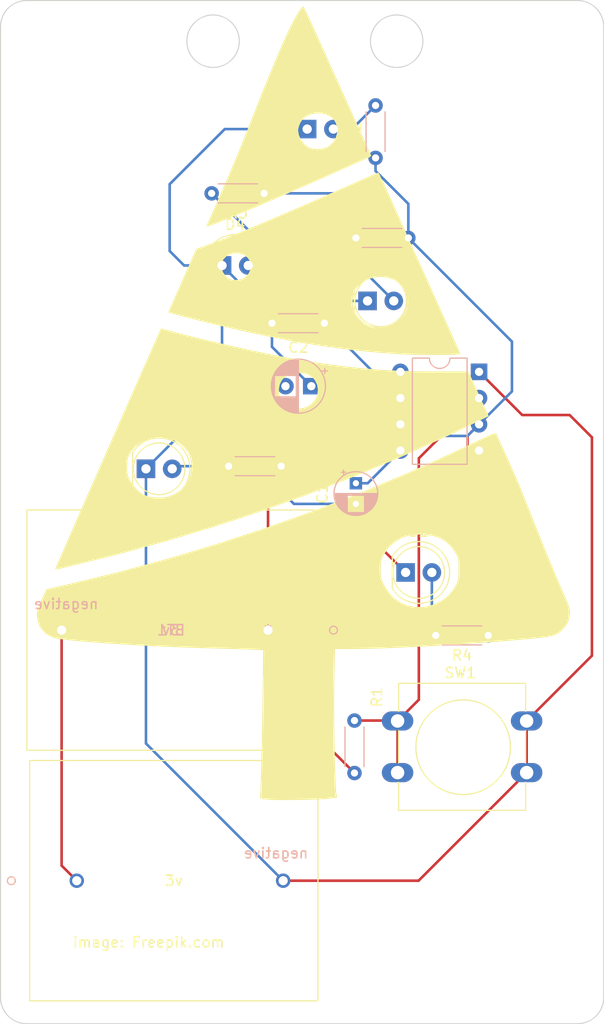
<source format=kicad_pcb>
(kicad_pcb (version 20211014) (generator pcbnew)
  (layers (0 "F.Cu" signal) (31 "B.Cu" signal) (34 "B.Paste" user) (35 "F.Paste" user) (36 "B.SilkS" user "B.Silkscreen") (37 "F.SilkS" user "F.Silkscreen") (38 "B.Mask" user) (39 "F.Mask" user) (44 "Edge.Cuts" user))
  (net 0 "")
  (net 1 "VCC")
  (net 2 "GND")
  (net 3 "Net-(C1-Pad1)")
  (net 4 "Net-(C2-Pad1)")
  (net 5 "Net-(D1-Pad2)")
  (net 6 "Net-(D2-Pad2)")
  (net 7 "Net-(D3-Pad2)")
  (net 8 "Net-(D4-Pad2)")
  (net 9 "Net-(D5-Pad2)")
  (net 10 "Net-(R1-Pad2)")
  (net 11 "output")
  (net 12 "Net-(BT1-Pad2)")
  (footprint "LED_THT:LED_D5.0mm" (layer "F.Cu") (at 107.813 66.294)
    (fp_text reference "D4" (at 1.27 -3.96) (layer "F.SilkS"))
    (fp_text value "LED")
    (pad "1" thru_hole rect (at 0 0) (size 1.8 1.8) (drill 0.9) (layers *.Cu *.Mask) (net 2 "GND"))
    (pad "2" thru_hole circle (at 2.54 0) (size 1.8 1.8) (drill 0.9) (layers *.Cu *.Mask) (net 8 "Net-(D4-Pad2)"))
  )
  (footprint "Button_Switch_THT:SW_PUSH-12mm" (layer "F.Cu") (at 124.8145 110.3925)
    (fp_text reference "SW1" (at 6.08 -4.66) (layer "F.SilkS"))
    (fp_text value "SW_MEC_5E")
    (pad "1" thru_hole oval (at 0 0) (size 3.048 1.85) (drill 1.3) (layers *.Cu *.Mask) (net 10 "Net-(R1-Pad2)"))
    (pad "2" thru_hole oval (at 0 5) (size 3.048 1.85) (drill 1.3) (layers *.Cu *.Mask) (net 10 "Net-(R1-Pad2)"))
    (pad "3" thru_hole oval (at 12.5 0) (size 3.048 1.85) (drill 1.3) (layers *.Cu *.Mask) (net 2 "GND"))
    (pad "4" thru_hole oval (at 12.5 5) (size 3.048 1.85) (drill 1.3) (layers *.Cu *.Mask) (net 2 "GND"))
  )
  (footprint "tree_footprint:original_size" (layer "F.Cu") (at 117.382022 74.6487)
    (fp_text reference "G***" hide)
    (fp_text value "LOGO" hide)
  )
  (footprint "footprints:1066" (layer "F.Cu") (at 93.7435 125.857)
    (fp_text reference "BT2" hide)
    (fp_text value "3v" (at 9.398 0) (layer "F.SilkS"))
    (pad "1" thru_hole circle (at 0 0) (size 1.397 1.397) (drill 0.889) (layers *.Cu *.Mask) (net 12 "Net-(BT1-Pad2)"))
    (pad "2" thru_hole circle (at 19.9898 0) (size 1.397 1.397) (drill 0.889) (layers *.Cu *.Mask) (net 2 "GND"))
  )
  (footprint "LED_THT:LED_D5.0mm" (layer "F.Cu") (at 121.905 69.723)
    (fp_text reference "D3" (at 1.27 -3.96) (layer "F.SilkS"))
    (fp_text value "LED")
    (pad "1" thru_hole rect (at 0 0) (size 1.8 1.8) (drill 0.9) (layers *.Cu *.Mask) (net 2 "GND"))
    (pad "2" thru_hole circle (at 2.54 0) (size 1.8 1.8) (drill 0.9) (layers *.Cu *.Mask) (net 7 "Net-(D3-Pad2)"))
  )
  (footprint "LED_THT:LED_D5.0mm" (layer "F.Cu") (at 116.058 53.086)
    (fp_text reference "D1" (at 1.27 -3.96) (layer "F.SilkS"))
    (fp_text value "LED")
    (pad "1" thru_hole rect (at 0 0) (size 1.8 1.8) (drill 0.9) (layers *.Cu *.Mask) (net 2 "GND"))
    (pad "2" thru_hole circle (at 2.54 0) (size 1.8 1.8) (drill 0.9) (layers *.Cu *.Mask) (net 5 "Net-(D1-Pad2)"))
  )
  (footprint "LED_THT:LED_D5.0mm" (layer "F.Cu") (at 125.593 96.012)
    (fp_text reference "D2" (at 1.27 -3.96) (layer "F.SilkS"))
    (fp_text value "LED")
    (pad "1" thru_hole rect (at 0 0) (size 1.8 1.8) (drill 0.9) (layers *.Cu *.Mask) (net 2 "GND"))
    (pad "2" thru_hole circle (at 2.54 0) (size 1.8 1.8) (drill 0.9) (layers *.Cu *.Mask) (net 6 "Net-(D2-Pad2)"))
  )
  (footprint "footprints:1066" (layer "F.Cu") (at 112.268 101.6 180)
    (fp_text reference "BT1" (at 9.398 0) (layer "B.SilkS") (effects (justify mirror)))
    (fp_text value "3v" (at 9.398 0) (layer "B.SilkS") (effects (justify mirror)))
    (fp_text user "*" (at 0 0) (layer "B.SilkS") (effects (justify mirror)))
    (pad "1" thru_hole circle (at 0 0 180) (size 1.397 1.397) (drill 0.889) (layers *.Cu *.Mask) (net 1 "VCC"))
    (pad "2" thru_hole circle (at 19.9898 0 180) (size 1.397 1.397) (drill 0.889) (layers *.Cu *.Mask) (net 12 "Net-(BT1-Pad2)"))
  )
  (footprint "LED_THT:LED_D5.0mm" (layer "F.Cu") (at 100.447 85.979)
    (fp_text reference "D5" (at 1.27 -3.96) (layer "F.SilkS"))
    (fp_text value "LED")
    (pad "1" thru_hole rect (at 0 0) (size 1.8 1.8) (drill 0.9) (layers *.Cu *.Mask) (net 2 "GND"))
    (pad "2" thru_hole circle (at 2.54 0) (size 1.8 1.8) (drill 0.9) (layers *.Cu *.Mask) (net 9 "Net-(D5-Pad2)"))
  )
  (footprint "Resistor_THT:R_Axial_DIN0204_L3.6mm_D1.6mm_P5.08mm_Horizontal" (layer "B.Cu") (at 106.807 59.309)
    (fp_text reference "R5" (at 2.54 1.92) (layer "F.SilkS"))
    (fp_text value "220")
    (pad "1" thru_hole circle (at 0 0) (size 1.4 1.4) (drill 0.7) (layers *.Cu *.Mask) (net 8 "Net-(D4-Pad2)"))
    (pad "2" thru_hole oval (at 5.08 0) (size 1.4 1.4) (drill 0.7) (layers *.Cu *.Mask) (net 11 "output"))
  )
  (footprint "Package_DIP:DIP-8_W7.62mm" (layer "B.Cu") (at 132.705 76.591 180)
    (fp_text reference "U1" (at 3.81 2.33) (layer "F.SilkS"))
    (fp_text value "TLC555xP")
    (pad "1" thru_hole rect (at 0 0 180) (size 1.6 1.6) (drill 0.8) (layers *.Cu *.Mask) (net 2 "GND"))
    (pad "2" thru_hole oval (at 0 -2.54 180) (size 1.6 1.6) (drill 0.8) (layers *.Cu *.Mask) (net 10 "Net-(R1-Pad2)"))
    (pad "3" thru_hole oval (at 0 -5.08 180) (size 1.6 1.6) (drill 0.8) (layers *.Cu *.Mask) (net 11 "output"))
    (pad "4" thru_hole oval (at 0 -7.62 180) (size 1.6 1.6) (drill 0.8) (layers *.Cu *.Mask) (net 1 "VCC"))
    (pad "5" thru_hole oval (at 7.62 -7.62 180) (size 1.6 1.6) (drill 0.8) (layers *.Cu *.Mask) (net 3 "Net-(C1-Pad1)"))
    (pad "6" thru_hole oval (at 7.62 -5.08 180) (size 1.6 1.6) (drill 0.8) (layers *.Cu *.Mask) (net 4 "Net-(C2-Pad1)"))
    (pad "7" thru_hole oval (at 7.62 -2.54 180) (size 1.6 1.6) (drill 0.8) (layers *.Cu *.Mask) (net 4 "Net-(C2-Pad1)"))
    (pad "8" thru_hole oval (at 7.62 0 180) (size 1.6 1.6) (drill 0.8) (layers *.Cu *.Mask) (net 1 "VCC"))
  )
  (footprint "Resistor_THT:R_Axial_DIN0204_L3.6mm_D1.6mm_P5.08mm_Horizontal" (layer "B.Cu") (at 128.5145 102.108)
    (fp_text reference "R4" (at 2.54 1.92) (layer "F.SilkS"))
    (fp_text value "220")
    (pad "1" thru_hole circle (at 0 0) (size 1.4 1.4) (drill 0.7) (layers *.Cu *.Mask) (net 6 "Net-(D2-Pad2)"))
    (pad "2" thru_hole oval (at 5.08 0) (size 1.4 1.4) (drill 0.7) (layers *.Cu *.Mask) (net 11 "output"))
  )
  (footprint "Capacitor_THT:CP_Radial_D5.0mm_P2.50mm" (layer "B.Cu") (at 116.459 77.978 180)
    (fp_text reference "C2" (at 1.25 3.75) (layer "F.SilkS"))
    (fp_text value "100u")
    (pad "1" thru_hole rect (at 0 0 180) (size 1.6 1.6) (drill 0.8) (layers *.Cu *.Mask) (net 4 "Net-(C2-Pad1)"))
    (pad "2" thru_hole circle (at 2.5 0 180) (size 1.6 1.6) (drill 0.8) (layers *.Cu *.Mask) (net 2 "GND"))
  )
  (footprint "Resistor_THT:R_Axial_DIN0204_L3.6mm_D1.6mm_P5.08mm_Horizontal" (layer "B.Cu") (at 122.682 50.8 -90)
    (fp_text reference "R2" (at 2.54 1.92 90) (layer "F.SilkS"))
    (fp_text value "220")
    (pad "1" thru_hole circle (at 0 0 270) (size 1.4 1.4) (drill 0.7) (layers *.Cu *.Mask) (net 5 "Net-(D1-Pad2)"))
    (pad "2" thru_hole oval (at 5.08 0 270) (size 1.4 1.4) (drill 0.7) (layers *.Cu *.Mask) (net 11 "output"))
  )
  (footprint "Resistor_THT:R_Axial_DIN0204_L3.6mm_D1.6mm_P5.08mm_Horizontal" (layer "B.Cu") (at 120.777 63.627)
    (fp_text reference "R6" (at 2.54 1.92) (layer "F.SilkS"))
    (fp_text value "220")
    (pad "1" thru_hole circle (at 0 0) (size 1.4 1.4) (drill 0.7) (layers *.Cu *.Mask) (net 7 "Net-(D3-Pad2)"))
    (pad "2" thru_hole oval (at 5.08 0) (size 1.4 1.4) (drill 0.7) (layers *.Cu *.Mask) (net 11 "output"))
  )
  (footprint "Resistor_THT:R_Axial_DIN0204_L3.6mm_D1.6mm_P5.08mm_Horizontal" (layer "B.Cu") (at 108.458 85.725)
    (fp_text reference "R7" (at 2.54 1.92) (layer "F.SilkS"))
    (fp_text value "220")
    (pad "1" thru_hole circle (at 0 0) (size 1.4 1.4) (drill 0.7) (layers *.Cu *.Mask) (net 9 "Net-(D5-Pad2)"))
    (pad "2" thru_hole oval (at 5.08 0) (size 1.4 1.4) (drill 0.7) (layers *.Cu *.Mask) (net 11 "output"))
  )
  (footprint "Resistor_THT:R_Axial_DIN0204_L3.6mm_D1.6mm_P5.08mm_Horizontal" (layer "B.Cu") (at 117.729 71.882 180)
    (fp_text reference "R3" (at 2.54 1.92) (layer "F.SilkS"))
    (fp_text value "220k")
    (pad "1" thru_hole circle (at 0 0 180) (size 1.4 1.4) (drill 0.7) (layers *.Cu *.Mask) (net 1 "VCC"))
    (pad "2" thru_hole oval (at 5.08 0 180) (size 1.4 1.4) (drill 0.7) (layers *.Cu *.Mask) (net 4 "Net-(C2-Pad1)"))
  )
  (footprint "Resistor_THT:R_Axial_DIN0204_L3.6mm_D1.6mm_P5.08mm_Horizontal" (layer "B.Cu") (at 120.6405 115.4325 90)
    (fp_text reference "R1" (at 7.3555 2.1645 90) (layer "F.SilkS"))
    (fp_text value "220")
    (pad "1" thru_hole circle (at 0 0 90) (size 1.4 1.4) (drill 0.7) (layers *.Cu *.Mask) (net 1 "VCC"))
    (pad "2" thru_hole oval (at 5.08 0 90) (size 1.4 1.4) (drill 0.7) (layers *.Cu *.Mask) (net 10 "Net-(R1-Pad2)"))
  )
  (footprint "Capacitor_THT:CP_Radial_D4.0mm_P2.00mm" (layer "B.Cu") (at 120.777 87.376 -90)
    (fp_text reference "C1" (at 1 3.25 90) (layer "F.SilkS"))
    (fp_text value "0.1u")
    (pad "1" thru_hole rect (at 0 0 270) (size 1.2 1.2) (drill 0.6) (layers *.Cu *.Mask) (net 3 "Net-(C1-Pad1)"))
    (pad "2" thru_hole circle (at 2 0 270) (size 1.2 1.2) (drill 0.6) (layers *.Cu *.Mask) (net 2 "GND"))
  )
  (gr_arc (start 88.9 139.7) (mid 87.103949 138.956051) (end 86.36 137.16) (layer "Edge.Cuts") (width 0.1))
  (gr_circle (center 124.726 44.578) (end 124.726 42.038) (layer "Edge.Cuts") (width 0.1) (fill none))
  (gr_circle (center 106.946 44.578) (end 106.946 42.038) (layer "Edge.Cuts") (width 0.1) (fill none))
  (gr_line (start 88.9 40.64) (end 142.24 40.64) (layer "Edge.Cuts") (width 0.1))
  (gr_arc (start 86.36 43.18) (mid 87.103949 41.383949) (end 88.9 40.64) (layer "Edge.Cuts") (width 0.1))
  (gr_line (start 144.78 43.18) (end 144.78 137.16) (layer "Edge.Cuts") (width 0.1))
  (gr_arc (start 144.78 137.16) (mid 144.036051 138.956051) (end 142.24 139.7) (layer "Edge.Cuts") (width 0.1))
  (gr_arc (start 142.24 40.64) (mid 144.036051 41.383949) (end 144.78 43.18) (layer "Edge.Cuts") (width 0.1))
  (gr_line (start 86.36 137.16) (end 86.36 43.18) (layer "Edge.Cuts") (width 0.1))
  (gr_line (start 142.24 139.7) (end 88.9 139.7) (layer "Edge.Cuts") (width 0.1))
  (gr_text "negative" (at 92.71 99.06) (layer "B.SilkS") (effects (font (size 1 1)) (justify mirror)))
  (gr_text "negative" (at 113.03 123.19) (layer "B.SilkS") (effects (font (size 1 1)) (justify mirror)))
  (gr_text "image: Freepik.com" (at 100.7105 131.8165) (layer "F.SilkS") (effects (font (size 1 1))))
  (segment (start 125.085 76.591) (end 112.268 89.408) (width 0.25) (layer "F.Cu") (net 1))
  (segment (start 112.268 89.408) (end 112.268 101.6) (width 0.25) (layer "F.Cu") (net 1))
  (segment (start 112.268 101.6) (end 112.268 107.06) (width 0.25) (layer "F.Cu") (net 1))
  (segment (start 112.268 107.06) (end 120.6405 115.4325) (width 0.25) (layer "F.Cu") (net 1))
  (segment (start 122.438 76.591) (end 117.729 71.882) (width 0.25) (layer "B.Cu") (net 1))
  (segment (start 115.316 101.6) (end 132.705 84.211) (width 0.25) (layer "B.Cu") (net 1))
  (segment (start 125.085 76.591) (end 122.438 76.591) (width 0.25) (layer "B.Cu") (net 1))
  (segment (start 112.268 101.6) (end 115.316 101.6) (width 0.25) (layer "B.Cu") (net 1))
  (segment (start 113.7333 125.857) (end 126.85 125.857) (width 0.25) (layer "F.Cu") (net 2))
  (segment (start 120.777 89.376) (end 120.777 91.196) (width 0.25) (layer "F.Cu") (net 2))
  (segment (start 126.85 125.857) (end 137.3145 115.3925) (width 0.25) (layer "F.Cu") (net 2))
  (segment (start 132.705 76.591) (end 136.886 80.772) (width 0.25) (layer "F.Cu") (net 2))
  (segment (start 136.886 80.772) (end 141.478 80.772) (width 0.25) (layer "F.Cu") (net 2))
  (segment (start 143.637 104.07) (end 137.3145 110.3925) (width 0.25) (layer "F.Cu") (net 2))
  (segment (start 137.3145 115.3925) (end 137.3145 110.3925) (width 0.25) (layer "F.Cu") (net 2))
  (segment (start 141.478 80.772) (end 143.637 82.931) (width 0.25) (layer "F.Cu") (net 2))
  (segment (start 120.777 91.196) (end 125.593 96.012) (width 0.25) (layer "F.Cu") (net 2))
  (segment (start 143.637 82.931) (end 143.637 104.07) (width 0.25) (layer "F.Cu") (net 2))
  (segment (start 113.959 77.978) (end 108.311 77.978) (width 0.25) (layer "B.Cu") (net 2))
  (segment (start 107.813 78.476) (end 107.813 78.613) (width 0.25) (layer "B.Cu") (net 2))
  (segment (start 107.813 66.294) (end 111.242 69.723) (width 0.25) (layer "B.Cu") (net 2))
  (segment (start 107.813 78.613) (end 105.913 80.513) (width 0.25) (layer "B.Cu") (net 2))
  (segment (start 120.777 89.376) (end 114.776 89.376) (width 0.25) (layer "B.Cu") (net 2))
  (segment (start 100.447 112.5707) (end 113.7333 125.857) (width 0.25) (layer "B.Cu") (net 2))
  (segment (start 108.077 53.086) (end 102.743 58.42) (width 0.25) (layer "B.Cu") (net 2))
  (segment (start 105.913 80.513) (end 100.447 85.979) (width 0.25) (layer "B.Cu") (net 2))
  (segment (start 116.058 53.086) (end 108.077 53.086) (width 0.25) (layer "B.Cu") (net 2))
  (segment (start 107.813 66.294) (end 107.813 78.476) (width 0.25) (layer "B.Cu") (net 2))
  (segment (start 102.743 64.897) (end 104.14 66.294) (width 0.25) (layer "B.Cu") (net 2))
  (segment (start 102.743 58.42) (end 102.743 64.897) (width 0.25) (layer "B.Cu") (net 2))
  (segment (start 114.776 89.376) (end 105.913 80.513) (width 0.25) (layer "B.Cu") (net 2))
  (segment (start 100.447 85.979) (end 100.447 112.5707) (width 0.25) (layer "B.Cu") (net 2))
  (segment (start 104.14 66.294) (end 107.813 66.294) (width 0.25) (layer "B.Cu") (net 2))
  (segment (start 111.242 69.723) (end 121.905 69.723) (width 0.25) (layer "B.Cu") (net 2))
  (segment (start 108.311 77.978) (end 107.813 78.476) (width 0.25) (layer "B.Cu") (net 2))
  (segment (start 121.92 87.376) (end 125.085 84.211) (width 0.25) (layer "B.Cu") (net 3))
  (segment (start 120.777 87.376) (end 121.92 87.376) (width 0.25) (layer "B.Cu") (net 3))
  (segment (start 123.932 77.978) (end 125.085 79.131) (width 0.25) (layer "B.Cu") (net 4))
  (segment (start 112.649 71.882) (end 112.649 74.168) (width 0.25) (layer "B.Cu") (net 4))
  (segment (start 125.085 79.131) (end 125.085 81.671) (width 0.25) (layer "B.Cu") (net 4))
  (segment (start 112.649 74.168) (end 116.459 77.978) (width 0.25) (layer "B.Cu") (net 4))
  (segment (start 116.459 77.978) (end 123.932 77.978) (width 0.25) (layer "B.Cu") (net 4))
  (segment (start 122.682 50.8) (end 120.396 53.086) (width 0.25) (layer "B.Cu") (net 5))
  (segment (start 120.396 53.086) (end 118.598 53.086) (width 0.25) (layer "B.Cu") (net 5))
  (segment (start 128.133 96.012) (end 128.133 101.7265) (width 0.25) (layer "B.Cu") (net 6))
  (segment (start 128.133 101.7265) (end 128.5145 102.108) (width 0.25) (layer "B.Cu") (net 6))
  (segment (start 120.777 66.055) (end 124.445 69.723) (width 0.25) (layer "B.Cu") (net 7))
  (segment (start 120.777 63.627) (end 120.777 66.055) (width 0.25) (layer "B.Cu") (net 7))
  (segment (start 110.353 62.855) (end 110.353 66.294) (width 0.25) (layer "B.Cu") (net 8))
  (segment (start 106.807 59.309) (end 110.353 62.855) (width 0.25) (layer "B.Cu") (net 8))
  (segment (start 108.458 85.725) (end 103.241 85.725) (width 0.25) (layer "B.Cu") (net 9))
  (segment (start 103.241 85.725) (end 102.987 85.979) (width 0.25) (layer "B.Cu") (net 9))
  (segment (start 124.8145 115.3925) (end 124.8145 110.3925) (width 0.25) (layer "F.Cu") (net 10))
  (segment (start 124.7745 110.3525) (end 124.8145 110.3925) (width 0.25) (layer "F.Cu") (net 10))
  (segment (start 126.873 84.963) (end 132.705 79.131) (width 0.25) (layer "F.Cu") (net 10))
  (segment (start 126.873 108.334) (end 126.873 84.963) (width 0.25) (layer "F.Cu") (net 10))
  (segment (start 120.6405 110.3525) (end 124.7745 110.3525) (width 0.25) (layer "F.Cu") (net 10))
  (segment (start 124.8145 110.3925) (end 126.873 108.334) (width 0.25) (layer "F.Cu") (net 10))
  (segment (start 131.58 82.796) (end 131.58 100.0935) (width 0.25) (layer "F.Cu") (net 11))
  (segment (start 131.58 100.0935) (end 133.5945 102.108) (width 0.25) (layer "F.Cu") (net 11))
  (segment (start 132.705 81.671) (end 131.58 82.796) (width 0.25) (layer "F.Cu") (net 11))
  (segment (start 125.857 63.627) (end 135.89 73.66) (width 0.25) (layer "B.Cu") (net 11))
  (segment (start 122.682 55.88) (end 122.682 57.15) (width 0.25) (layer "B.Cu") (net 11))
  (segment (start 131.58 82.796) (end 116.467 82.796) (width 0.25) (layer "B.Cu") (net 11))
  (segment (start 135.89 73.66) (end 135.89 78.486) (width 0.25) (layer "B.Cu") (net 11))
  (segment (start 116.467 82.796) (end 113.538 85.725) (width 0.25) (layer "B.Cu") (net 11))
  (segment (start 121.539 59.309) (end 125.857 63.627) (width 0.25) (layer "B.Cu") (net 11))
  (segment (start 122.682 57.15) (end 125.857 60.325) (width 0.25) (layer "B.Cu") (net 11))
  (segment (start 111.887 59.309) (end 121.539 59.309) (width 0.25) (layer "B.Cu") (net 11))
  (segment (start 125.857 60.325) (end 125.857 63.627) (width 0.25) (layer "B.Cu") (net 11))
  (segment (start 135.89 78.486) (end 132.705 81.671) (width 0.25) (layer "B.Cu") (net 11))
  (segment (start 132.705 81.671) (end 131.58 82.796) (width 0.25) (layer "B.Cu") (net 11))
  (segment (start 92.2782 101.6) (end 92.2782 124.3917) (width 0.25) (layer "F.Cu") (net 12))
  (segment (start 92.2782 124.3917) (end 93.7435 125.857) (width 0.25) (layer "F.Cu") (net 12))
)
</source>
